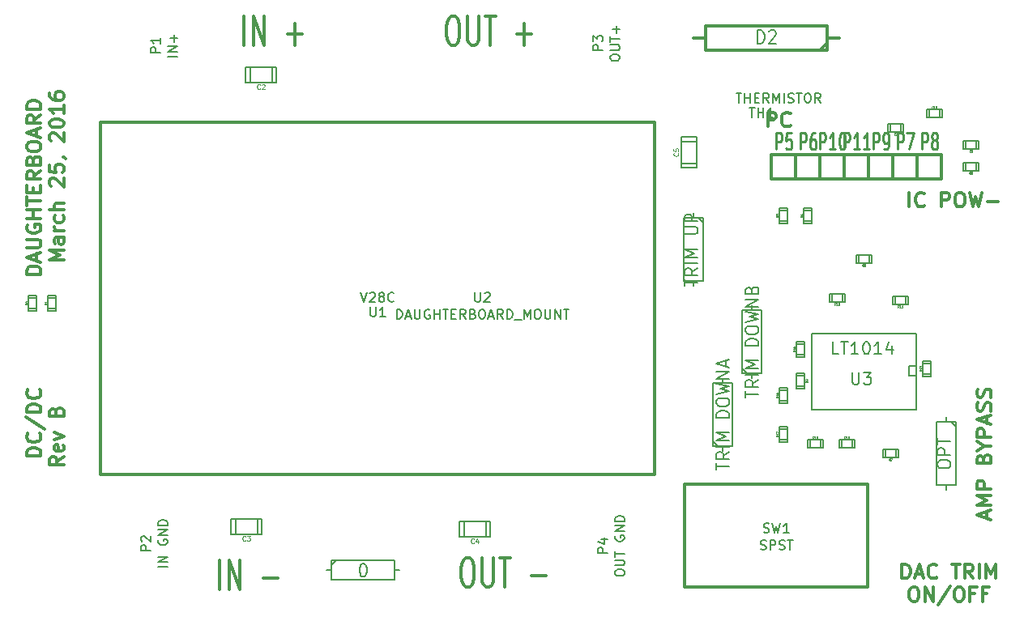
<source format=gto>
G04 (created by PCBNEW (2013-07-07 BZR 4022)-stable) date 3/29/2016 6:17:35 AM*
%MOIN*%
G04 Gerber Fmt 3.4, Leading zero omitted, Abs format*
%FSLAX34Y34*%
G01*
G70*
G90*
G04 APERTURE LIST*
%ADD10C,0.00590551*%
%ADD11C,0.011811*%
%ADD12C,0.0125*%
%ADD13C,0.012*%
%ADD14C,0.005*%
%ADD15C,0.008*%
%ADD16C,0.0107*%
%ADD17C,0.0016*%
%ADD18C,0.0047*%
G04 APERTURE END LIST*
G54D10*
G54D11*
X60739Y-62097D02*
X60148Y-62097D01*
X60148Y-61956D01*
X60176Y-61872D01*
X60232Y-61816D01*
X60289Y-61788D01*
X60401Y-61760D01*
X60485Y-61760D01*
X60598Y-61788D01*
X60654Y-61816D01*
X60710Y-61872D01*
X60739Y-61956D01*
X60739Y-62097D01*
X60682Y-61169D02*
X60710Y-61197D01*
X60739Y-61282D01*
X60739Y-61338D01*
X60710Y-61422D01*
X60654Y-61478D01*
X60598Y-61506D01*
X60485Y-61535D01*
X60401Y-61535D01*
X60289Y-61506D01*
X60232Y-61478D01*
X60176Y-61422D01*
X60148Y-61338D01*
X60148Y-61282D01*
X60176Y-61197D01*
X60204Y-61169D01*
X60120Y-60494D02*
X60879Y-61000D01*
X60739Y-60297D02*
X60148Y-60297D01*
X60148Y-60157D01*
X60176Y-60072D01*
X60232Y-60016D01*
X60289Y-59988D01*
X60401Y-59960D01*
X60485Y-59960D01*
X60598Y-59988D01*
X60654Y-60016D01*
X60710Y-60072D01*
X60739Y-60157D01*
X60739Y-60297D01*
X60682Y-59369D02*
X60710Y-59397D01*
X60739Y-59482D01*
X60739Y-59538D01*
X60710Y-59622D01*
X60654Y-59679D01*
X60598Y-59707D01*
X60485Y-59735D01*
X60401Y-59735D01*
X60289Y-59707D01*
X60232Y-59679D01*
X60176Y-59622D01*
X60148Y-59538D01*
X60148Y-59482D01*
X60176Y-59397D01*
X60204Y-59369D01*
X60739Y-54617D02*
X60148Y-54617D01*
X60148Y-54476D01*
X60176Y-54392D01*
X60232Y-54335D01*
X60289Y-54307D01*
X60401Y-54279D01*
X60485Y-54279D01*
X60598Y-54307D01*
X60654Y-54335D01*
X60710Y-54392D01*
X60739Y-54476D01*
X60739Y-54617D01*
X60570Y-54054D02*
X60570Y-53773D01*
X60739Y-54111D02*
X60148Y-53914D01*
X60739Y-53717D01*
X60148Y-53520D02*
X60626Y-53520D01*
X60682Y-53492D01*
X60710Y-53464D01*
X60739Y-53407D01*
X60739Y-53295D01*
X60710Y-53239D01*
X60682Y-53211D01*
X60626Y-53183D01*
X60148Y-53183D01*
X60176Y-52592D02*
X60148Y-52648D01*
X60148Y-52733D01*
X60176Y-52817D01*
X60232Y-52873D01*
X60289Y-52901D01*
X60401Y-52929D01*
X60485Y-52929D01*
X60598Y-52901D01*
X60654Y-52873D01*
X60710Y-52817D01*
X60739Y-52733D01*
X60739Y-52676D01*
X60710Y-52592D01*
X60682Y-52564D01*
X60485Y-52564D01*
X60485Y-52676D01*
X60739Y-52311D02*
X60148Y-52311D01*
X60429Y-52311D02*
X60429Y-51973D01*
X60739Y-51973D02*
X60148Y-51973D01*
X60148Y-51776D02*
X60148Y-51439D01*
X60739Y-51608D02*
X60148Y-51608D01*
X60429Y-51242D02*
X60429Y-51045D01*
X60739Y-50961D02*
X60739Y-51242D01*
X60148Y-51242D01*
X60148Y-50961D01*
X60739Y-50370D02*
X60457Y-50567D01*
X60739Y-50708D02*
X60148Y-50708D01*
X60148Y-50483D01*
X60176Y-50427D01*
X60204Y-50398D01*
X60260Y-50370D01*
X60345Y-50370D01*
X60401Y-50398D01*
X60429Y-50427D01*
X60457Y-50483D01*
X60457Y-50708D01*
X60429Y-49920D02*
X60457Y-49836D01*
X60485Y-49808D01*
X60542Y-49780D01*
X60626Y-49780D01*
X60682Y-49808D01*
X60710Y-49836D01*
X60739Y-49892D01*
X60739Y-50117D01*
X60148Y-50117D01*
X60148Y-49920D01*
X60176Y-49864D01*
X60204Y-49836D01*
X60260Y-49808D01*
X60317Y-49808D01*
X60373Y-49836D01*
X60401Y-49864D01*
X60429Y-49920D01*
X60429Y-50117D01*
X60148Y-49414D02*
X60148Y-49302D01*
X60176Y-49246D01*
X60232Y-49189D01*
X60345Y-49161D01*
X60542Y-49161D01*
X60654Y-49189D01*
X60710Y-49246D01*
X60739Y-49302D01*
X60739Y-49414D01*
X60710Y-49470D01*
X60654Y-49527D01*
X60542Y-49555D01*
X60345Y-49555D01*
X60232Y-49527D01*
X60176Y-49470D01*
X60148Y-49414D01*
X60570Y-48936D02*
X60570Y-48655D01*
X60739Y-48992D02*
X60148Y-48796D01*
X60739Y-48599D01*
X60739Y-48064D02*
X60457Y-48261D01*
X60739Y-48402D02*
X60148Y-48402D01*
X60148Y-48177D01*
X60176Y-48121D01*
X60204Y-48093D01*
X60260Y-48064D01*
X60345Y-48064D01*
X60401Y-48093D01*
X60429Y-48121D01*
X60457Y-48177D01*
X60457Y-48402D01*
X60739Y-47811D02*
X60148Y-47811D01*
X60148Y-47671D01*
X60176Y-47586D01*
X60232Y-47530D01*
X60289Y-47502D01*
X60401Y-47474D01*
X60485Y-47474D01*
X60598Y-47502D01*
X60654Y-47530D01*
X60710Y-47586D01*
X60739Y-47671D01*
X60739Y-47811D01*
X61683Y-62125D02*
X61402Y-62322D01*
X61683Y-62463D02*
X61093Y-62463D01*
X61093Y-62238D01*
X61121Y-62181D01*
X61149Y-62153D01*
X61205Y-62125D01*
X61290Y-62125D01*
X61346Y-62153D01*
X61374Y-62181D01*
X61402Y-62238D01*
X61402Y-62463D01*
X61655Y-61647D02*
X61683Y-61703D01*
X61683Y-61816D01*
X61655Y-61872D01*
X61599Y-61900D01*
X61374Y-61900D01*
X61318Y-61872D01*
X61290Y-61816D01*
X61290Y-61703D01*
X61318Y-61647D01*
X61374Y-61619D01*
X61430Y-61619D01*
X61487Y-61900D01*
X61290Y-61422D02*
X61683Y-61282D01*
X61290Y-61141D01*
X61374Y-60269D02*
X61402Y-60185D01*
X61430Y-60157D01*
X61487Y-60129D01*
X61571Y-60129D01*
X61627Y-60157D01*
X61655Y-60185D01*
X61683Y-60241D01*
X61683Y-60466D01*
X61093Y-60466D01*
X61093Y-60269D01*
X61121Y-60213D01*
X61149Y-60185D01*
X61205Y-60157D01*
X61262Y-60157D01*
X61318Y-60185D01*
X61346Y-60213D01*
X61374Y-60269D01*
X61374Y-60466D01*
X61683Y-54026D02*
X61093Y-54026D01*
X61515Y-53829D01*
X61093Y-53632D01*
X61683Y-53632D01*
X61683Y-53098D02*
X61374Y-53098D01*
X61318Y-53126D01*
X61290Y-53183D01*
X61290Y-53295D01*
X61318Y-53351D01*
X61655Y-53098D02*
X61683Y-53154D01*
X61683Y-53295D01*
X61655Y-53351D01*
X61599Y-53379D01*
X61543Y-53379D01*
X61487Y-53351D01*
X61458Y-53295D01*
X61458Y-53154D01*
X61430Y-53098D01*
X61683Y-52817D02*
X61290Y-52817D01*
X61402Y-52817D02*
X61346Y-52789D01*
X61318Y-52761D01*
X61290Y-52704D01*
X61290Y-52648D01*
X61655Y-52198D02*
X61683Y-52255D01*
X61683Y-52367D01*
X61655Y-52423D01*
X61627Y-52451D01*
X61571Y-52479D01*
X61402Y-52479D01*
X61346Y-52451D01*
X61318Y-52423D01*
X61290Y-52367D01*
X61290Y-52255D01*
X61318Y-52198D01*
X61683Y-51945D02*
X61093Y-51945D01*
X61683Y-51692D02*
X61374Y-51692D01*
X61318Y-51720D01*
X61290Y-51776D01*
X61290Y-51861D01*
X61318Y-51917D01*
X61346Y-51945D01*
X61149Y-50989D02*
X61121Y-50961D01*
X61093Y-50905D01*
X61093Y-50764D01*
X61121Y-50708D01*
X61149Y-50680D01*
X61205Y-50652D01*
X61262Y-50652D01*
X61346Y-50680D01*
X61683Y-51017D01*
X61683Y-50652D01*
X61093Y-50117D02*
X61093Y-50398D01*
X61374Y-50427D01*
X61346Y-50398D01*
X61318Y-50342D01*
X61318Y-50202D01*
X61346Y-50145D01*
X61374Y-50117D01*
X61430Y-50089D01*
X61571Y-50089D01*
X61627Y-50117D01*
X61655Y-50145D01*
X61683Y-50202D01*
X61683Y-50342D01*
X61655Y-50398D01*
X61627Y-50427D01*
X61655Y-49808D02*
X61683Y-49808D01*
X61740Y-49836D01*
X61768Y-49864D01*
X61149Y-49133D02*
X61121Y-49105D01*
X61093Y-49049D01*
X61093Y-48908D01*
X61121Y-48852D01*
X61149Y-48824D01*
X61205Y-48796D01*
X61262Y-48796D01*
X61346Y-48824D01*
X61683Y-49161D01*
X61683Y-48796D01*
X61093Y-48430D02*
X61093Y-48374D01*
X61121Y-48317D01*
X61149Y-48289D01*
X61205Y-48261D01*
X61318Y-48233D01*
X61458Y-48233D01*
X61571Y-48261D01*
X61627Y-48289D01*
X61655Y-48317D01*
X61683Y-48374D01*
X61683Y-48430D01*
X61655Y-48486D01*
X61627Y-48514D01*
X61571Y-48542D01*
X61458Y-48571D01*
X61318Y-48571D01*
X61205Y-48542D01*
X61149Y-48514D01*
X61121Y-48486D01*
X61093Y-48430D01*
X61683Y-47671D02*
X61683Y-48008D01*
X61683Y-47839D02*
X61093Y-47839D01*
X61177Y-47896D01*
X61233Y-47952D01*
X61262Y-48008D01*
X61093Y-47165D02*
X61093Y-47277D01*
X61121Y-47333D01*
X61149Y-47361D01*
X61233Y-47418D01*
X61346Y-47446D01*
X61571Y-47446D01*
X61627Y-47418D01*
X61655Y-47389D01*
X61683Y-47333D01*
X61683Y-47221D01*
X61655Y-47165D01*
X61627Y-47136D01*
X61571Y-47108D01*
X61430Y-47108D01*
X61374Y-47136D01*
X61346Y-47165D01*
X61318Y-47221D01*
X61318Y-47333D01*
X61346Y-47389D01*
X61374Y-47418D01*
X61430Y-47446D01*
X96173Y-67139D02*
X96173Y-66548D01*
X96314Y-66548D01*
X96398Y-66576D01*
X96454Y-66632D01*
X96483Y-66689D01*
X96511Y-66801D01*
X96511Y-66885D01*
X96483Y-66998D01*
X96454Y-67054D01*
X96398Y-67110D01*
X96314Y-67139D01*
X96173Y-67139D01*
X96736Y-66970D02*
X97017Y-66970D01*
X96679Y-67139D02*
X96876Y-66548D01*
X97073Y-67139D01*
X97607Y-67082D02*
X97579Y-67110D01*
X97495Y-67139D01*
X97439Y-67139D01*
X97354Y-67110D01*
X97298Y-67054D01*
X97270Y-66998D01*
X97242Y-66885D01*
X97242Y-66801D01*
X97270Y-66689D01*
X97298Y-66632D01*
X97354Y-66576D01*
X97439Y-66548D01*
X97495Y-66548D01*
X97579Y-66576D01*
X97607Y-66604D01*
X98226Y-66548D02*
X98564Y-66548D01*
X98395Y-67139D02*
X98395Y-66548D01*
X99098Y-67139D02*
X98901Y-66857D01*
X98760Y-67139D02*
X98760Y-66548D01*
X98985Y-66548D01*
X99042Y-66576D01*
X99070Y-66604D01*
X99098Y-66660D01*
X99098Y-66745D01*
X99070Y-66801D01*
X99042Y-66829D01*
X98985Y-66857D01*
X98760Y-66857D01*
X99351Y-67139D02*
X99351Y-66548D01*
X99632Y-67139D02*
X99632Y-66548D01*
X99829Y-66970D01*
X100026Y-66548D01*
X100026Y-67139D01*
X96609Y-67493D02*
X96722Y-67493D01*
X96778Y-67521D01*
X96834Y-67577D01*
X96862Y-67690D01*
X96862Y-67887D01*
X96834Y-67999D01*
X96778Y-68055D01*
X96722Y-68083D01*
X96609Y-68083D01*
X96553Y-68055D01*
X96497Y-67999D01*
X96468Y-67887D01*
X96468Y-67690D01*
X96497Y-67577D01*
X96553Y-67521D01*
X96609Y-67493D01*
X97115Y-68083D02*
X97115Y-67493D01*
X97453Y-68083D01*
X97453Y-67493D01*
X98156Y-67465D02*
X97650Y-68224D01*
X98465Y-67493D02*
X98578Y-67493D01*
X98634Y-67521D01*
X98690Y-67577D01*
X98718Y-67690D01*
X98718Y-67887D01*
X98690Y-67999D01*
X98634Y-68055D01*
X98578Y-68083D01*
X98465Y-68083D01*
X98409Y-68055D01*
X98353Y-67999D01*
X98324Y-67887D01*
X98324Y-67690D01*
X98353Y-67577D01*
X98409Y-67521D01*
X98465Y-67493D01*
X99168Y-67774D02*
X98971Y-67774D01*
X98971Y-68083D02*
X98971Y-67493D01*
X99252Y-67493D01*
X99674Y-67774D02*
X99477Y-67774D01*
X99477Y-68083D02*
X99477Y-67493D01*
X99759Y-67493D01*
X99670Y-64657D02*
X99670Y-64376D01*
X99839Y-64713D02*
X99248Y-64516D01*
X99839Y-64320D01*
X99839Y-64123D02*
X99248Y-64123D01*
X99670Y-63926D01*
X99248Y-63729D01*
X99839Y-63729D01*
X99839Y-63448D02*
X99248Y-63448D01*
X99248Y-63223D01*
X99276Y-63167D01*
X99304Y-63138D01*
X99360Y-63110D01*
X99445Y-63110D01*
X99501Y-63138D01*
X99529Y-63167D01*
X99557Y-63223D01*
X99557Y-63448D01*
X99529Y-62210D02*
X99557Y-62126D01*
X99585Y-62098D01*
X99642Y-62070D01*
X99726Y-62070D01*
X99782Y-62098D01*
X99810Y-62126D01*
X99839Y-62182D01*
X99839Y-62407D01*
X99248Y-62407D01*
X99248Y-62210D01*
X99276Y-62154D01*
X99304Y-62126D01*
X99360Y-62098D01*
X99417Y-62098D01*
X99473Y-62126D01*
X99501Y-62154D01*
X99529Y-62210D01*
X99529Y-62407D01*
X99557Y-61704D02*
X99839Y-61704D01*
X99248Y-61901D02*
X99557Y-61704D01*
X99248Y-61507D01*
X99839Y-61311D02*
X99248Y-61311D01*
X99248Y-61086D01*
X99276Y-61029D01*
X99304Y-61001D01*
X99360Y-60973D01*
X99445Y-60973D01*
X99501Y-61001D01*
X99529Y-61029D01*
X99557Y-61086D01*
X99557Y-61311D01*
X99670Y-60748D02*
X99670Y-60467D01*
X99839Y-60804D02*
X99248Y-60607D01*
X99839Y-60411D01*
X99810Y-60242D02*
X99839Y-60158D01*
X99839Y-60017D01*
X99810Y-59961D01*
X99782Y-59933D01*
X99726Y-59904D01*
X99670Y-59904D01*
X99614Y-59933D01*
X99585Y-59961D01*
X99557Y-60017D01*
X99529Y-60129D01*
X99501Y-60186D01*
X99473Y-60214D01*
X99417Y-60242D01*
X99360Y-60242D01*
X99304Y-60214D01*
X99276Y-60186D01*
X99248Y-60129D01*
X99248Y-59989D01*
X99276Y-59904D01*
X99810Y-59679D02*
X99839Y-59595D01*
X99839Y-59455D01*
X99810Y-59398D01*
X99782Y-59370D01*
X99726Y-59342D01*
X99670Y-59342D01*
X99614Y-59370D01*
X99585Y-59398D01*
X99557Y-59455D01*
X99529Y-59567D01*
X99501Y-59623D01*
X99473Y-59651D01*
X99417Y-59679D01*
X99360Y-59679D01*
X99304Y-59651D01*
X99276Y-59623D01*
X99248Y-59567D01*
X99248Y-59426D01*
X99276Y-59342D01*
X96472Y-51839D02*
X96472Y-51248D01*
X97090Y-51782D02*
X97062Y-51810D01*
X96978Y-51839D01*
X96922Y-51839D01*
X96837Y-51810D01*
X96781Y-51754D01*
X96753Y-51698D01*
X96725Y-51585D01*
X96725Y-51501D01*
X96753Y-51389D01*
X96781Y-51332D01*
X96837Y-51276D01*
X96922Y-51248D01*
X96978Y-51248D01*
X97062Y-51276D01*
X97090Y-51304D01*
X97793Y-51839D02*
X97793Y-51248D01*
X98018Y-51248D01*
X98075Y-51276D01*
X98103Y-51304D01*
X98131Y-51360D01*
X98131Y-51445D01*
X98103Y-51501D01*
X98075Y-51529D01*
X98018Y-51557D01*
X97793Y-51557D01*
X98496Y-51248D02*
X98609Y-51248D01*
X98665Y-51276D01*
X98721Y-51332D01*
X98749Y-51445D01*
X98749Y-51642D01*
X98721Y-51754D01*
X98665Y-51810D01*
X98609Y-51839D01*
X98496Y-51839D01*
X98440Y-51810D01*
X98384Y-51754D01*
X98356Y-51642D01*
X98356Y-51445D01*
X98384Y-51332D01*
X98440Y-51276D01*
X98496Y-51248D01*
X98946Y-51248D02*
X99087Y-51839D01*
X99199Y-51417D01*
X99312Y-51839D01*
X99452Y-51248D01*
X99677Y-51614D02*
X100127Y-51614D01*
X90650Y-48539D02*
X90650Y-47948D01*
X90875Y-47948D01*
X90931Y-47976D01*
X90959Y-48004D01*
X90987Y-48060D01*
X90987Y-48145D01*
X90959Y-48201D01*
X90931Y-48229D01*
X90875Y-48257D01*
X90650Y-48257D01*
X91578Y-48482D02*
X91549Y-48510D01*
X91465Y-48539D01*
X91409Y-48539D01*
X91324Y-48510D01*
X91268Y-48454D01*
X91240Y-48398D01*
X91212Y-48285D01*
X91212Y-48201D01*
X91240Y-48089D01*
X91268Y-48032D01*
X91324Y-47976D01*
X91409Y-47948D01*
X91465Y-47948D01*
X91549Y-47976D01*
X91578Y-48004D01*
X78225Y-66296D02*
X78375Y-66296D01*
X78450Y-66353D01*
X78525Y-66465D01*
X78562Y-66690D01*
X78562Y-67084D01*
X78525Y-67309D01*
X78450Y-67421D01*
X78375Y-67478D01*
X78225Y-67478D01*
X78150Y-67421D01*
X78075Y-67309D01*
X78037Y-67084D01*
X78037Y-66690D01*
X78075Y-66465D01*
X78150Y-66353D01*
X78225Y-66296D01*
X78900Y-66296D02*
X78900Y-67253D01*
X78937Y-67365D01*
X78975Y-67421D01*
X79050Y-67478D01*
X79200Y-67478D01*
X79275Y-67421D01*
X79312Y-67365D01*
X79350Y-67253D01*
X79350Y-66296D01*
X79612Y-66296D02*
X80062Y-66296D01*
X79837Y-67478D02*
X79837Y-66296D01*
X80924Y-67028D02*
X81524Y-67028D01*
X77625Y-43996D02*
X77775Y-43996D01*
X77850Y-44053D01*
X77925Y-44165D01*
X77962Y-44390D01*
X77962Y-44784D01*
X77925Y-45009D01*
X77850Y-45121D01*
X77775Y-45178D01*
X77625Y-45178D01*
X77550Y-45121D01*
X77475Y-45009D01*
X77437Y-44784D01*
X77437Y-44390D01*
X77475Y-44165D01*
X77550Y-44053D01*
X77625Y-43996D01*
X78300Y-43996D02*
X78300Y-44953D01*
X78337Y-45065D01*
X78375Y-45121D01*
X78450Y-45178D01*
X78600Y-45178D01*
X78675Y-45121D01*
X78712Y-45065D01*
X78750Y-44953D01*
X78750Y-43996D01*
X79012Y-43996D02*
X79462Y-43996D01*
X79237Y-45178D02*
X79237Y-43996D01*
X80324Y-44728D02*
X80924Y-44728D01*
X80624Y-45178D02*
X80624Y-44278D01*
X68100Y-67578D02*
X68100Y-66396D01*
X68475Y-67578D02*
X68475Y-66396D01*
X68925Y-67578D01*
X68925Y-66396D01*
X69899Y-67128D02*
X70499Y-67128D01*
X69100Y-45178D02*
X69100Y-43996D01*
X69475Y-45178D02*
X69475Y-43996D01*
X69925Y-45178D01*
X69925Y-43996D01*
X70899Y-44728D02*
X71499Y-44728D01*
X71199Y-45178D02*
X71199Y-44278D01*
X86001Y-62850D02*
X63198Y-62850D01*
X86001Y-48350D02*
X63198Y-48350D01*
X63198Y-62850D02*
X63198Y-48350D01*
X86001Y-62850D02*
X86001Y-48350D01*
G54D12*
X90800Y-50700D02*
X91800Y-50700D01*
X90800Y-49700D02*
X91800Y-49700D01*
G54D13*
X90800Y-50700D02*
X90800Y-49700D01*
X91800Y-49700D02*
X91800Y-50700D01*
G54D12*
X91800Y-50700D02*
X92800Y-50700D01*
X91800Y-49700D02*
X92800Y-49700D01*
G54D13*
X91800Y-50700D02*
X91800Y-49700D01*
X92800Y-49700D02*
X92800Y-50700D01*
G54D12*
X95800Y-50700D02*
X96800Y-50700D01*
X95800Y-49700D02*
X96800Y-49700D01*
G54D13*
X95800Y-50700D02*
X95800Y-49700D01*
X96800Y-49700D02*
X96800Y-50700D01*
G54D14*
X91460Y-51980D02*
X91140Y-51980D01*
X91150Y-52420D02*
X91460Y-52420D01*
X91140Y-52520D02*
X91140Y-51880D01*
X91140Y-51880D02*
X91460Y-51880D01*
X91460Y-51880D02*
X91460Y-52520D01*
X91460Y-52520D02*
X91140Y-52520D01*
X92460Y-51980D02*
X92140Y-51980D01*
X92150Y-52420D02*
X92460Y-52420D01*
X92140Y-52520D02*
X92140Y-51880D01*
X92140Y-51880D02*
X92460Y-51880D01*
X92460Y-51880D02*
X92460Y-52520D01*
X92460Y-52520D02*
X92140Y-52520D01*
X68750Y-64680D02*
X68750Y-65320D01*
X69650Y-65320D02*
X69650Y-64680D01*
X69830Y-65320D02*
X69830Y-64680D01*
X69830Y-64680D02*
X68570Y-64680D01*
X68570Y-64680D02*
X68570Y-65320D01*
X68570Y-65320D02*
X69830Y-65320D01*
X69350Y-46080D02*
X69350Y-46720D01*
X70250Y-46720D02*
X70250Y-46080D01*
X70430Y-46720D02*
X70430Y-46080D01*
X70430Y-46080D02*
X69170Y-46080D01*
X69170Y-46080D02*
X69170Y-46720D01*
X69170Y-46720D02*
X70430Y-46720D01*
X87720Y-49150D02*
X87080Y-49150D01*
X87080Y-50050D02*
X87720Y-50050D01*
X87080Y-50230D02*
X87720Y-50230D01*
X87720Y-50230D02*
X87720Y-48970D01*
X87720Y-48970D02*
X87080Y-48970D01*
X87080Y-48970D02*
X87080Y-50230D01*
X78150Y-64780D02*
X78150Y-65420D01*
X79050Y-65420D02*
X79050Y-64780D01*
X79230Y-65420D02*
X79230Y-64780D01*
X79230Y-64780D02*
X77970Y-64780D01*
X77970Y-64780D02*
X77970Y-65420D01*
X77970Y-65420D02*
X79230Y-65420D01*
X61360Y-55580D02*
X61040Y-55580D01*
X61050Y-56020D02*
X61360Y-56020D01*
X61040Y-56120D02*
X61040Y-55480D01*
X61040Y-55480D02*
X61360Y-55480D01*
X61360Y-55480D02*
X61360Y-56120D01*
X61360Y-56120D02*
X61040Y-56120D01*
X60560Y-55580D02*
X60240Y-55580D01*
X60250Y-56020D02*
X60560Y-56020D01*
X60240Y-56120D02*
X60240Y-55480D01*
X60240Y-55480D02*
X60560Y-55480D01*
X60560Y-55480D02*
X60560Y-56120D01*
X60560Y-56120D02*
X60240Y-56120D01*
G54D15*
X96750Y-57050D02*
X96750Y-60200D01*
X92450Y-60200D02*
X92450Y-57050D01*
X96750Y-60200D02*
X92450Y-60200D01*
X92450Y-57050D02*
X96750Y-57050D01*
X96750Y-58800D02*
X96450Y-58800D01*
X96450Y-58800D02*
X96450Y-58400D01*
X96450Y-58400D02*
X96750Y-58400D01*
G54D12*
X92800Y-50700D02*
X93800Y-50700D01*
X92800Y-49700D02*
X93800Y-49700D01*
G54D13*
X92800Y-50700D02*
X92800Y-49700D01*
X93800Y-49700D02*
X93800Y-50700D01*
G54D12*
X96800Y-50700D02*
X97800Y-50700D01*
X96800Y-49700D02*
X97800Y-49700D01*
G54D13*
X96800Y-50700D02*
X96800Y-49700D01*
X97800Y-49700D02*
X97800Y-50700D01*
G54D12*
X94800Y-50700D02*
X95800Y-50700D01*
X94800Y-49700D02*
X95800Y-49700D01*
G54D13*
X94800Y-50700D02*
X94800Y-49700D01*
X95800Y-49700D02*
X95800Y-50700D01*
G54D14*
X97360Y-58280D02*
X97040Y-58280D01*
X97050Y-58720D02*
X97360Y-58720D01*
X97040Y-58820D02*
X97040Y-58180D01*
X97040Y-58180D02*
X97360Y-58180D01*
X97360Y-58180D02*
X97360Y-58820D01*
X97360Y-58820D02*
X97040Y-58820D01*
X98780Y-49140D02*
X98780Y-49460D01*
X99220Y-49450D02*
X99220Y-49140D01*
X99320Y-49460D02*
X98680Y-49460D01*
X98680Y-49460D02*
X98680Y-49140D01*
X98680Y-49140D02*
X99320Y-49140D01*
X99320Y-49140D02*
X99320Y-49460D01*
X95680Y-48440D02*
X95680Y-48760D01*
X96120Y-48750D02*
X96120Y-48440D01*
X96220Y-48760D02*
X95580Y-48760D01*
X95580Y-48760D02*
X95580Y-48440D01*
X95580Y-48440D02*
X96220Y-48440D01*
X96220Y-48440D02*
X96220Y-48760D01*
X97720Y-48160D02*
X97720Y-47840D01*
X97280Y-47850D02*
X97280Y-48160D01*
X97180Y-47840D02*
X97820Y-47840D01*
X97820Y-47840D02*
X97820Y-48160D01*
X97820Y-48160D02*
X97180Y-48160D01*
X97180Y-48160D02*
X97180Y-47840D01*
X94380Y-53840D02*
X94380Y-54160D01*
X94820Y-54150D02*
X94820Y-53840D01*
X94920Y-54160D02*
X94280Y-54160D01*
X94280Y-54160D02*
X94280Y-53840D01*
X94280Y-53840D02*
X94920Y-53840D01*
X94920Y-53840D02*
X94920Y-54160D01*
X98780Y-50040D02*
X98780Y-50360D01*
X99220Y-50350D02*
X99220Y-50040D01*
X99320Y-50360D02*
X98680Y-50360D01*
X98680Y-50360D02*
X98680Y-50040D01*
X98680Y-50040D02*
X99320Y-50040D01*
X99320Y-50040D02*
X99320Y-50360D01*
X95480Y-61840D02*
X95480Y-62160D01*
X95920Y-62150D02*
X95920Y-61840D01*
X96020Y-62160D02*
X95380Y-62160D01*
X95380Y-62160D02*
X95380Y-61840D01*
X95380Y-61840D02*
X96020Y-61840D01*
X96020Y-61840D02*
X96020Y-62160D01*
X95880Y-55540D02*
X95880Y-55860D01*
X96320Y-55850D02*
X96320Y-55540D01*
X96420Y-55860D02*
X95780Y-55860D01*
X95780Y-55860D02*
X95780Y-55540D01*
X95780Y-55540D02*
X96420Y-55540D01*
X96420Y-55540D02*
X96420Y-55860D01*
X91840Y-59220D02*
X92160Y-59220D01*
X92150Y-58780D02*
X91840Y-58780D01*
X92160Y-58680D02*
X92160Y-59320D01*
X92160Y-59320D02*
X91840Y-59320D01*
X91840Y-59320D02*
X91840Y-58680D01*
X91840Y-58680D02*
X92160Y-58680D01*
X92820Y-61760D02*
X92820Y-61440D01*
X92380Y-61450D02*
X92380Y-61760D01*
X92280Y-61440D02*
X92920Y-61440D01*
X92920Y-61440D02*
X92920Y-61760D01*
X92920Y-61760D02*
X92280Y-61760D01*
X92280Y-61760D02*
X92280Y-61440D01*
X94120Y-61760D02*
X94120Y-61440D01*
X93680Y-61450D02*
X93680Y-61760D01*
X93580Y-61440D02*
X94220Y-61440D01*
X94220Y-61440D02*
X94220Y-61760D01*
X94220Y-61760D02*
X93580Y-61760D01*
X93580Y-61760D02*
X93580Y-61440D01*
X91460Y-60980D02*
X91140Y-60980D01*
X91150Y-61420D02*
X91460Y-61420D01*
X91140Y-61520D02*
X91140Y-60880D01*
X91140Y-60880D02*
X91460Y-60880D01*
X91460Y-60880D02*
X91460Y-61520D01*
X91460Y-61520D02*
X91140Y-61520D01*
X91460Y-59380D02*
X91140Y-59380D01*
X91150Y-59820D02*
X91460Y-59820D01*
X91140Y-59920D02*
X91140Y-59280D01*
X91140Y-59280D02*
X91460Y-59280D01*
X91460Y-59280D02*
X91460Y-59920D01*
X91460Y-59920D02*
X91140Y-59920D01*
X93280Y-55440D02*
X93280Y-55760D01*
X93720Y-55750D02*
X93720Y-55440D01*
X93820Y-55760D02*
X93180Y-55760D01*
X93180Y-55760D02*
X93180Y-55440D01*
X93180Y-55440D02*
X93820Y-55440D01*
X93820Y-55440D02*
X93820Y-55760D01*
X92160Y-57480D02*
X91840Y-57480D01*
X91850Y-57920D02*
X92160Y-57920D01*
X91840Y-58020D02*
X91840Y-57380D01*
X91840Y-57380D02*
X92160Y-57380D01*
X92160Y-57380D02*
X92160Y-58020D01*
X92160Y-58020D02*
X91840Y-58020D01*
G54D15*
X87600Y-52100D02*
X87600Y-52300D01*
X87600Y-55100D02*
X87600Y-54900D01*
X87600Y-54900D02*
X88000Y-54900D01*
X88000Y-54900D02*
X88000Y-52300D01*
X88000Y-52300D02*
X87200Y-52300D01*
X87200Y-52300D02*
X87200Y-54900D01*
X87200Y-54900D02*
X87600Y-54900D01*
X87800Y-52300D02*
X88000Y-52500D01*
X88800Y-61900D02*
X88800Y-61700D01*
X88800Y-58900D02*
X88800Y-59100D01*
X88800Y-59100D02*
X88400Y-59100D01*
X88400Y-59100D02*
X88400Y-61700D01*
X88400Y-61700D02*
X89200Y-61700D01*
X89200Y-61700D02*
X89200Y-59100D01*
X89200Y-59100D02*
X88800Y-59100D01*
X88600Y-61700D02*
X88400Y-61500D01*
X90000Y-58900D02*
X90000Y-58700D01*
X90000Y-55900D02*
X90000Y-56100D01*
X90000Y-56100D02*
X89600Y-56100D01*
X89600Y-56100D02*
X89600Y-58700D01*
X89600Y-58700D02*
X90400Y-58700D01*
X90400Y-58700D02*
X90400Y-56100D01*
X90400Y-56100D02*
X90000Y-56100D01*
X89800Y-58700D02*
X89600Y-58500D01*
X72500Y-66800D02*
X72700Y-66800D01*
X75500Y-66800D02*
X75300Y-66800D01*
X75300Y-66800D02*
X75300Y-66400D01*
X75300Y-66400D02*
X72700Y-66400D01*
X72700Y-66400D02*
X72700Y-67200D01*
X72700Y-67200D02*
X75300Y-67200D01*
X75300Y-67200D02*
X75300Y-66800D01*
X72700Y-66600D02*
X72900Y-66400D01*
X98000Y-60500D02*
X98000Y-60700D01*
X98000Y-63500D02*
X98000Y-63300D01*
X98000Y-63300D02*
X98400Y-63300D01*
X98400Y-63300D02*
X98400Y-60700D01*
X98400Y-60700D02*
X97600Y-60700D01*
X97600Y-60700D02*
X97600Y-63300D01*
X97600Y-63300D02*
X98000Y-63300D01*
X98200Y-60700D02*
X98400Y-60900D01*
G54D13*
X93100Y-45400D02*
X88100Y-45400D01*
X88100Y-45400D02*
X88100Y-44400D01*
X88100Y-44400D02*
X93100Y-44400D01*
X88100Y-44900D02*
X87600Y-44900D01*
X93600Y-44900D02*
X93100Y-44900D01*
X93100Y-45100D02*
X92800Y-45400D01*
X93100Y-45400D02*
X93100Y-44400D01*
G54D12*
X93800Y-50700D02*
X94800Y-50700D01*
X93800Y-49700D02*
X94800Y-49700D01*
G54D13*
X93800Y-50700D02*
X93800Y-49700D01*
X94800Y-49700D02*
X94800Y-50700D01*
G54D11*
X94759Y-63251D02*
X87240Y-63251D01*
X87240Y-63251D02*
X87240Y-67500D01*
X87240Y-67500D02*
X94759Y-67500D01*
X94759Y-63251D02*
X94759Y-67500D01*
G54D10*
X83859Y-45390D02*
X83465Y-45390D01*
X83465Y-45240D01*
X83484Y-45203D01*
X83503Y-45184D01*
X83540Y-45165D01*
X83596Y-45165D01*
X83634Y-45184D01*
X83653Y-45203D01*
X83671Y-45240D01*
X83671Y-45390D01*
X83465Y-45034D02*
X83465Y-44790D01*
X83615Y-44921D01*
X83615Y-44865D01*
X83634Y-44828D01*
X83653Y-44809D01*
X83690Y-44790D01*
X83784Y-44790D01*
X83821Y-44809D01*
X83840Y-44828D01*
X83859Y-44865D01*
X83859Y-44978D01*
X83840Y-45015D01*
X83821Y-45034D01*
X84165Y-45737D02*
X84165Y-45662D01*
X84184Y-45624D01*
X84221Y-45587D01*
X84296Y-45568D01*
X84428Y-45568D01*
X84503Y-45587D01*
X84540Y-45624D01*
X84559Y-45662D01*
X84559Y-45737D01*
X84540Y-45774D01*
X84503Y-45812D01*
X84428Y-45831D01*
X84296Y-45831D01*
X84221Y-45812D01*
X84184Y-45774D01*
X84165Y-45737D01*
X84165Y-45399D02*
X84484Y-45399D01*
X84521Y-45381D01*
X84540Y-45362D01*
X84559Y-45324D01*
X84559Y-45249D01*
X84540Y-45212D01*
X84521Y-45193D01*
X84484Y-45174D01*
X84165Y-45174D01*
X84165Y-45043D02*
X84165Y-44818D01*
X84559Y-44931D02*
X84165Y-44931D01*
X84409Y-44687D02*
X84409Y-44387D01*
X84559Y-44537D02*
X84259Y-44537D01*
X84059Y-66090D02*
X83665Y-66090D01*
X83665Y-65940D01*
X83684Y-65903D01*
X83703Y-65884D01*
X83740Y-65865D01*
X83796Y-65865D01*
X83834Y-65884D01*
X83853Y-65903D01*
X83871Y-65940D01*
X83871Y-66090D01*
X83796Y-65528D02*
X84059Y-65528D01*
X83646Y-65621D02*
X83928Y-65715D01*
X83928Y-65471D01*
X84365Y-66943D02*
X84365Y-66868D01*
X84384Y-66831D01*
X84421Y-66793D01*
X84496Y-66774D01*
X84628Y-66774D01*
X84703Y-66793D01*
X84740Y-66831D01*
X84759Y-66868D01*
X84759Y-66943D01*
X84740Y-66981D01*
X84703Y-67018D01*
X84628Y-67037D01*
X84496Y-67037D01*
X84421Y-67018D01*
X84384Y-66981D01*
X84365Y-66943D01*
X84365Y-66606D02*
X84684Y-66606D01*
X84721Y-66587D01*
X84740Y-66568D01*
X84759Y-66531D01*
X84759Y-66456D01*
X84740Y-66418D01*
X84721Y-66399D01*
X84684Y-66381D01*
X84365Y-66381D01*
X84365Y-66249D02*
X84365Y-66024D01*
X84759Y-66137D02*
X84365Y-66137D01*
X84384Y-65387D02*
X84365Y-65425D01*
X84365Y-65481D01*
X84384Y-65537D01*
X84421Y-65575D01*
X84459Y-65593D01*
X84534Y-65612D01*
X84590Y-65612D01*
X84665Y-65593D01*
X84703Y-65575D01*
X84740Y-65537D01*
X84759Y-65481D01*
X84759Y-65443D01*
X84740Y-65387D01*
X84721Y-65368D01*
X84590Y-65368D01*
X84590Y-65443D01*
X84759Y-65200D02*
X84365Y-65200D01*
X84759Y-64975D01*
X84365Y-64975D01*
X84759Y-64787D02*
X84365Y-64787D01*
X84365Y-64693D01*
X84384Y-64637D01*
X84421Y-64600D01*
X84459Y-64581D01*
X84534Y-64562D01*
X84590Y-64562D01*
X84665Y-64581D01*
X84703Y-64600D01*
X84740Y-64637D01*
X84759Y-64693D01*
X84759Y-64787D01*
X65659Y-45490D02*
X65265Y-45490D01*
X65265Y-45340D01*
X65284Y-45303D01*
X65303Y-45284D01*
X65340Y-45265D01*
X65396Y-45265D01*
X65434Y-45284D01*
X65453Y-45303D01*
X65471Y-45340D01*
X65471Y-45490D01*
X65659Y-44890D02*
X65659Y-45115D01*
X65659Y-45003D02*
X65265Y-45003D01*
X65321Y-45040D01*
X65359Y-45078D01*
X65378Y-45115D01*
X66359Y-45649D02*
X65965Y-45649D01*
X66359Y-45462D02*
X65965Y-45462D01*
X66359Y-45237D01*
X65965Y-45237D01*
X66209Y-45050D02*
X66209Y-44750D01*
X66359Y-44900D02*
X66059Y-44900D01*
X65259Y-65990D02*
X64865Y-65990D01*
X64865Y-65840D01*
X64884Y-65803D01*
X64903Y-65784D01*
X64940Y-65765D01*
X64996Y-65765D01*
X65034Y-65784D01*
X65053Y-65803D01*
X65071Y-65840D01*
X65071Y-65990D01*
X64903Y-65615D02*
X64884Y-65596D01*
X64865Y-65559D01*
X64865Y-65465D01*
X64884Y-65428D01*
X64903Y-65409D01*
X64940Y-65390D01*
X64978Y-65390D01*
X65034Y-65409D01*
X65259Y-65634D01*
X65259Y-65390D01*
X65959Y-66656D02*
X65565Y-66656D01*
X65959Y-66468D02*
X65565Y-66468D01*
X65959Y-66243D01*
X65565Y-66243D01*
X65584Y-65550D02*
X65565Y-65587D01*
X65565Y-65643D01*
X65584Y-65700D01*
X65621Y-65737D01*
X65659Y-65756D01*
X65734Y-65774D01*
X65790Y-65774D01*
X65865Y-65756D01*
X65903Y-65737D01*
X65940Y-65700D01*
X65959Y-65643D01*
X65959Y-65606D01*
X65940Y-65550D01*
X65921Y-65531D01*
X65790Y-65531D01*
X65790Y-65606D01*
X65959Y-65362D02*
X65565Y-65362D01*
X65959Y-65137D01*
X65565Y-65137D01*
X65959Y-64950D02*
X65565Y-64950D01*
X65565Y-64856D01*
X65584Y-64800D01*
X65621Y-64762D01*
X65659Y-64743D01*
X65734Y-64725D01*
X65790Y-64725D01*
X65865Y-64743D01*
X65903Y-64762D01*
X65940Y-64800D01*
X65959Y-64856D01*
X65959Y-64950D01*
X74300Y-55965D02*
X74300Y-56284D01*
X74318Y-56321D01*
X74337Y-56340D01*
X74375Y-56359D01*
X74450Y-56359D01*
X74487Y-56340D01*
X74506Y-56321D01*
X74525Y-56284D01*
X74525Y-55965D01*
X74918Y-56359D02*
X74693Y-56359D01*
X74806Y-56359D02*
X74806Y-55965D01*
X74768Y-56021D01*
X74731Y-56059D01*
X74693Y-56078D01*
X73896Y-55365D02*
X74028Y-55759D01*
X74159Y-55365D01*
X74271Y-55403D02*
X74290Y-55384D01*
X74328Y-55365D01*
X74421Y-55365D01*
X74459Y-55384D01*
X74478Y-55403D01*
X74496Y-55440D01*
X74496Y-55478D01*
X74478Y-55534D01*
X74253Y-55759D01*
X74496Y-55759D01*
X74721Y-55534D02*
X74684Y-55515D01*
X74665Y-55496D01*
X74646Y-55459D01*
X74646Y-55440D01*
X74665Y-55403D01*
X74684Y-55384D01*
X74721Y-55365D01*
X74796Y-55365D01*
X74834Y-55384D01*
X74853Y-55403D01*
X74871Y-55440D01*
X74871Y-55459D01*
X74853Y-55496D01*
X74834Y-55515D01*
X74796Y-55534D01*
X74721Y-55534D01*
X74684Y-55553D01*
X74665Y-55571D01*
X74646Y-55609D01*
X74646Y-55684D01*
X74665Y-55721D01*
X74684Y-55740D01*
X74721Y-55759D01*
X74796Y-55759D01*
X74834Y-55740D01*
X74853Y-55721D01*
X74871Y-55684D01*
X74871Y-55609D01*
X74853Y-55571D01*
X74834Y-55553D01*
X74796Y-55534D01*
X75265Y-55721D02*
X75246Y-55740D01*
X75190Y-55759D01*
X75153Y-55759D01*
X75096Y-55740D01*
X75059Y-55703D01*
X75040Y-55665D01*
X75021Y-55590D01*
X75021Y-55534D01*
X75040Y-55459D01*
X75059Y-55421D01*
X75096Y-55384D01*
X75153Y-55365D01*
X75190Y-55365D01*
X75246Y-55384D01*
X75265Y-55403D01*
X89893Y-47765D02*
X90118Y-47765D01*
X90006Y-48159D02*
X90006Y-47765D01*
X90250Y-48159D02*
X90250Y-47765D01*
X90250Y-47953D02*
X90474Y-47953D01*
X90474Y-48159D02*
X90474Y-47765D01*
X90868Y-48159D02*
X90643Y-48159D01*
X90756Y-48159D02*
X90756Y-47765D01*
X90718Y-47821D01*
X90681Y-47859D01*
X90643Y-47878D01*
X89347Y-47165D02*
X89572Y-47165D01*
X89459Y-47559D02*
X89459Y-47165D01*
X89703Y-47559D02*
X89703Y-47165D01*
X89703Y-47353D02*
X89928Y-47353D01*
X89928Y-47559D02*
X89928Y-47165D01*
X90115Y-47353D02*
X90246Y-47353D01*
X90303Y-47559D02*
X90115Y-47559D01*
X90115Y-47165D01*
X90303Y-47165D01*
X90696Y-47559D02*
X90565Y-47371D01*
X90471Y-47559D02*
X90471Y-47165D01*
X90621Y-47165D01*
X90659Y-47184D01*
X90678Y-47203D01*
X90696Y-47240D01*
X90696Y-47296D01*
X90678Y-47334D01*
X90659Y-47353D01*
X90621Y-47371D01*
X90471Y-47371D01*
X90865Y-47559D02*
X90865Y-47165D01*
X90996Y-47446D01*
X91128Y-47165D01*
X91128Y-47559D01*
X91315Y-47559D02*
X91315Y-47165D01*
X91484Y-47540D02*
X91540Y-47559D01*
X91634Y-47559D01*
X91671Y-47540D01*
X91690Y-47521D01*
X91709Y-47484D01*
X91709Y-47446D01*
X91690Y-47409D01*
X91671Y-47390D01*
X91634Y-47371D01*
X91559Y-47353D01*
X91521Y-47334D01*
X91503Y-47315D01*
X91484Y-47278D01*
X91484Y-47240D01*
X91503Y-47203D01*
X91521Y-47184D01*
X91559Y-47165D01*
X91653Y-47165D01*
X91709Y-47184D01*
X91821Y-47165D02*
X92046Y-47165D01*
X91934Y-47559D02*
X91934Y-47165D01*
X92252Y-47165D02*
X92327Y-47165D01*
X92365Y-47184D01*
X92402Y-47221D01*
X92421Y-47296D01*
X92421Y-47428D01*
X92402Y-47503D01*
X92365Y-47540D01*
X92327Y-47559D01*
X92252Y-47559D01*
X92215Y-47540D01*
X92177Y-47503D01*
X92159Y-47428D01*
X92159Y-47296D01*
X92177Y-47221D01*
X92215Y-47184D01*
X92252Y-47165D01*
X92815Y-47559D02*
X92684Y-47371D01*
X92590Y-47559D02*
X92590Y-47165D01*
X92740Y-47165D01*
X92777Y-47184D01*
X92796Y-47203D01*
X92815Y-47240D01*
X92815Y-47296D01*
X92796Y-47334D01*
X92777Y-47353D01*
X92740Y-47371D01*
X92590Y-47371D01*
G54D16*
X90984Y-49475D02*
X90984Y-48794D01*
X91147Y-48794D01*
X91187Y-48827D01*
X91208Y-48859D01*
X91228Y-48924D01*
X91228Y-49021D01*
X91208Y-49086D01*
X91187Y-49118D01*
X91147Y-49151D01*
X90984Y-49151D01*
X91615Y-48794D02*
X91412Y-48794D01*
X91391Y-49118D01*
X91412Y-49086D01*
X91452Y-49054D01*
X91554Y-49054D01*
X91595Y-49086D01*
X91615Y-49118D01*
X91636Y-49183D01*
X91636Y-49345D01*
X91615Y-49410D01*
X91595Y-49443D01*
X91554Y-49475D01*
X91452Y-49475D01*
X91412Y-49443D01*
X91391Y-49410D01*
X91984Y-49475D02*
X91984Y-48794D01*
X92147Y-48794D01*
X92187Y-48827D01*
X92208Y-48859D01*
X92228Y-48924D01*
X92228Y-49021D01*
X92208Y-49086D01*
X92187Y-49118D01*
X92147Y-49151D01*
X91984Y-49151D01*
X92595Y-48794D02*
X92514Y-48794D01*
X92473Y-48827D01*
X92452Y-48859D01*
X92412Y-48956D01*
X92391Y-49086D01*
X92391Y-49345D01*
X92412Y-49410D01*
X92432Y-49443D01*
X92473Y-49475D01*
X92554Y-49475D01*
X92595Y-49443D01*
X92615Y-49410D01*
X92636Y-49345D01*
X92636Y-49183D01*
X92615Y-49118D01*
X92595Y-49086D01*
X92554Y-49054D01*
X92473Y-49054D01*
X92432Y-49086D01*
X92412Y-49118D01*
X92391Y-49183D01*
X95984Y-49475D02*
X95984Y-48794D01*
X96147Y-48794D01*
X96187Y-48827D01*
X96208Y-48859D01*
X96228Y-48924D01*
X96228Y-49021D01*
X96208Y-49086D01*
X96187Y-49118D01*
X96147Y-49151D01*
X95984Y-49151D01*
X96371Y-48794D02*
X96656Y-48794D01*
X96473Y-49475D01*
G54D17*
X91081Y-52213D02*
X91044Y-52239D01*
X91081Y-52258D02*
X91002Y-52258D01*
X91002Y-52228D01*
X91006Y-52220D01*
X91010Y-52216D01*
X91018Y-52213D01*
X91029Y-52213D01*
X91036Y-52216D01*
X91040Y-52220D01*
X91044Y-52228D01*
X91044Y-52258D01*
X91002Y-52141D02*
X91002Y-52179D01*
X91040Y-52183D01*
X91036Y-52179D01*
X91033Y-52171D01*
X91033Y-52152D01*
X91036Y-52145D01*
X91040Y-52141D01*
X91048Y-52137D01*
X91066Y-52137D01*
X91074Y-52141D01*
X91078Y-52145D01*
X91081Y-52152D01*
X91081Y-52171D01*
X91078Y-52179D01*
X91074Y-52183D01*
X92081Y-52213D02*
X92044Y-52239D01*
X92081Y-52258D02*
X92002Y-52258D01*
X92002Y-52228D01*
X92006Y-52220D01*
X92010Y-52216D01*
X92018Y-52213D01*
X92029Y-52213D01*
X92036Y-52216D01*
X92040Y-52220D01*
X92044Y-52228D01*
X92044Y-52258D01*
X92029Y-52145D02*
X92081Y-52145D01*
X91999Y-52164D02*
X92055Y-52183D01*
X92055Y-52134D01*
G54D18*
X69157Y-65570D02*
X69147Y-65580D01*
X69119Y-65589D01*
X69100Y-65589D01*
X69072Y-65580D01*
X69053Y-65561D01*
X69044Y-65542D01*
X69035Y-65505D01*
X69035Y-65477D01*
X69044Y-65439D01*
X69053Y-65420D01*
X69072Y-65402D01*
X69100Y-65392D01*
X69119Y-65392D01*
X69147Y-65402D01*
X69157Y-65411D01*
X69222Y-65392D02*
X69344Y-65392D01*
X69279Y-65467D01*
X69307Y-65467D01*
X69326Y-65477D01*
X69335Y-65486D01*
X69344Y-65505D01*
X69344Y-65552D01*
X69335Y-65570D01*
X69326Y-65580D01*
X69307Y-65589D01*
X69250Y-65589D01*
X69232Y-65580D01*
X69222Y-65570D01*
X69757Y-46970D02*
X69747Y-46980D01*
X69719Y-46989D01*
X69700Y-46989D01*
X69672Y-46980D01*
X69653Y-46961D01*
X69644Y-46942D01*
X69635Y-46905D01*
X69635Y-46877D01*
X69644Y-46839D01*
X69653Y-46820D01*
X69672Y-46802D01*
X69700Y-46792D01*
X69719Y-46792D01*
X69747Y-46802D01*
X69757Y-46811D01*
X69832Y-46811D02*
X69841Y-46802D01*
X69860Y-46792D01*
X69907Y-46792D01*
X69926Y-46802D01*
X69935Y-46811D01*
X69944Y-46830D01*
X69944Y-46849D01*
X69935Y-46877D01*
X69822Y-46989D01*
X69944Y-46989D01*
X86950Y-49622D02*
X86960Y-49632D01*
X86969Y-49660D01*
X86969Y-49679D01*
X86960Y-49707D01*
X86941Y-49726D01*
X86922Y-49735D01*
X86885Y-49744D01*
X86857Y-49744D01*
X86819Y-49735D01*
X86800Y-49726D01*
X86782Y-49707D01*
X86772Y-49679D01*
X86772Y-49660D01*
X86782Y-49632D01*
X86791Y-49622D01*
X86772Y-49444D02*
X86772Y-49538D01*
X86866Y-49547D01*
X86857Y-49538D01*
X86847Y-49519D01*
X86847Y-49472D01*
X86857Y-49453D01*
X86866Y-49444D01*
X86885Y-49435D01*
X86932Y-49435D01*
X86950Y-49444D01*
X86960Y-49453D01*
X86969Y-49472D01*
X86969Y-49519D01*
X86960Y-49538D01*
X86950Y-49547D01*
X78557Y-65670D02*
X78547Y-65680D01*
X78519Y-65689D01*
X78500Y-65689D01*
X78472Y-65680D01*
X78453Y-65661D01*
X78444Y-65642D01*
X78435Y-65605D01*
X78435Y-65577D01*
X78444Y-65539D01*
X78453Y-65520D01*
X78472Y-65502D01*
X78500Y-65492D01*
X78519Y-65492D01*
X78547Y-65502D01*
X78557Y-65511D01*
X78726Y-65558D02*
X78726Y-65689D01*
X78679Y-65483D02*
X78632Y-65624D01*
X78754Y-65624D01*
G54D17*
X60974Y-55813D02*
X60978Y-55816D01*
X60981Y-55828D01*
X60981Y-55835D01*
X60978Y-55847D01*
X60970Y-55854D01*
X60963Y-55858D01*
X60948Y-55862D01*
X60936Y-55862D01*
X60921Y-55858D01*
X60914Y-55854D01*
X60906Y-55847D01*
X60902Y-55835D01*
X60902Y-55828D01*
X60906Y-55816D01*
X60910Y-55813D01*
X60981Y-55737D02*
X60981Y-55783D01*
X60981Y-55760D02*
X60902Y-55760D01*
X60914Y-55768D01*
X60921Y-55775D01*
X60925Y-55783D01*
X60174Y-55813D02*
X60178Y-55816D01*
X60181Y-55828D01*
X60181Y-55835D01*
X60178Y-55847D01*
X60170Y-55854D01*
X60163Y-55858D01*
X60148Y-55862D01*
X60136Y-55862D01*
X60121Y-55858D01*
X60114Y-55854D01*
X60106Y-55847D01*
X60102Y-55835D01*
X60102Y-55828D01*
X60106Y-55816D01*
X60110Y-55813D01*
X60102Y-55745D02*
X60102Y-55760D01*
X60106Y-55768D01*
X60110Y-55771D01*
X60121Y-55779D01*
X60136Y-55783D01*
X60166Y-55783D01*
X60174Y-55779D01*
X60178Y-55775D01*
X60181Y-55768D01*
X60181Y-55752D01*
X60178Y-55745D01*
X60174Y-55741D01*
X60166Y-55737D01*
X60148Y-55737D01*
X60140Y-55741D01*
X60136Y-55745D01*
X60133Y-55752D01*
X60133Y-55768D01*
X60136Y-55775D01*
X60140Y-55779D01*
X60148Y-55783D01*
G54D14*
X94119Y-58652D02*
X94119Y-59057D01*
X94142Y-59104D01*
X94166Y-59128D01*
X94214Y-59152D01*
X94309Y-59152D01*
X94357Y-59128D01*
X94380Y-59104D01*
X94404Y-59057D01*
X94404Y-58652D01*
X94595Y-58652D02*
X94904Y-58652D01*
X94738Y-58842D01*
X94809Y-58842D01*
X94857Y-58866D01*
X94880Y-58890D01*
X94904Y-58938D01*
X94904Y-59057D01*
X94880Y-59104D01*
X94857Y-59128D01*
X94809Y-59152D01*
X94666Y-59152D01*
X94619Y-59128D01*
X94595Y-59104D01*
X93561Y-57902D02*
X93323Y-57902D01*
X93323Y-57402D01*
X93657Y-57402D02*
X93942Y-57402D01*
X93800Y-57902D02*
X93800Y-57402D01*
X94371Y-57902D02*
X94085Y-57902D01*
X94228Y-57902D02*
X94228Y-57402D01*
X94180Y-57473D01*
X94133Y-57521D01*
X94085Y-57545D01*
X94680Y-57402D02*
X94728Y-57402D01*
X94776Y-57426D01*
X94800Y-57450D01*
X94823Y-57497D01*
X94847Y-57592D01*
X94847Y-57711D01*
X94823Y-57807D01*
X94800Y-57854D01*
X94776Y-57878D01*
X94728Y-57902D01*
X94680Y-57902D01*
X94633Y-57878D01*
X94609Y-57854D01*
X94585Y-57807D01*
X94561Y-57711D01*
X94561Y-57592D01*
X94585Y-57497D01*
X94609Y-57450D01*
X94633Y-57426D01*
X94680Y-57402D01*
X95323Y-57902D02*
X95038Y-57902D01*
X95180Y-57902D02*
X95180Y-57402D01*
X95133Y-57473D01*
X95085Y-57521D01*
X95038Y-57545D01*
X95752Y-57569D02*
X95752Y-57902D01*
X95633Y-57378D02*
X95514Y-57735D01*
X95823Y-57735D01*
G54D16*
X92780Y-49475D02*
X92780Y-48794D01*
X92943Y-48794D01*
X92984Y-48827D01*
X93004Y-48859D01*
X93024Y-48924D01*
X93024Y-49021D01*
X93004Y-49086D01*
X92984Y-49118D01*
X92943Y-49151D01*
X92780Y-49151D01*
X93432Y-49475D02*
X93187Y-49475D01*
X93310Y-49475D02*
X93310Y-48794D01*
X93269Y-48891D01*
X93228Y-48956D01*
X93187Y-48989D01*
X93697Y-48794D02*
X93738Y-48794D01*
X93778Y-48827D01*
X93799Y-48859D01*
X93819Y-48924D01*
X93840Y-49054D01*
X93840Y-49216D01*
X93819Y-49345D01*
X93799Y-49410D01*
X93778Y-49443D01*
X93738Y-49475D01*
X93697Y-49475D01*
X93656Y-49443D01*
X93636Y-49410D01*
X93615Y-49345D01*
X93595Y-49216D01*
X93595Y-49054D01*
X93615Y-48924D01*
X93636Y-48859D01*
X93656Y-48827D01*
X93697Y-48794D01*
X96984Y-49475D02*
X96984Y-48794D01*
X97147Y-48794D01*
X97187Y-48827D01*
X97208Y-48859D01*
X97228Y-48924D01*
X97228Y-49021D01*
X97208Y-49086D01*
X97187Y-49118D01*
X97147Y-49151D01*
X96984Y-49151D01*
X97473Y-49086D02*
X97432Y-49054D01*
X97412Y-49021D01*
X97391Y-48956D01*
X97391Y-48924D01*
X97412Y-48859D01*
X97432Y-48827D01*
X97473Y-48794D01*
X97554Y-48794D01*
X97595Y-48827D01*
X97615Y-48859D01*
X97636Y-48924D01*
X97636Y-48956D01*
X97615Y-49021D01*
X97595Y-49054D01*
X97554Y-49086D01*
X97473Y-49086D01*
X97432Y-49118D01*
X97412Y-49151D01*
X97391Y-49216D01*
X97391Y-49345D01*
X97412Y-49410D01*
X97432Y-49443D01*
X97473Y-49475D01*
X97554Y-49475D01*
X97595Y-49443D01*
X97615Y-49410D01*
X97636Y-49345D01*
X97636Y-49216D01*
X97615Y-49151D01*
X97595Y-49118D01*
X97554Y-49086D01*
X94984Y-49475D02*
X94984Y-48794D01*
X95147Y-48794D01*
X95187Y-48827D01*
X95208Y-48859D01*
X95228Y-48924D01*
X95228Y-49021D01*
X95208Y-49086D01*
X95187Y-49118D01*
X95147Y-49151D01*
X94984Y-49151D01*
X95432Y-49475D02*
X95514Y-49475D01*
X95554Y-49443D01*
X95575Y-49410D01*
X95615Y-49313D01*
X95636Y-49183D01*
X95636Y-48924D01*
X95615Y-48859D01*
X95595Y-48827D01*
X95554Y-48794D01*
X95473Y-48794D01*
X95432Y-48827D01*
X95412Y-48859D01*
X95391Y-48924D01*
X95391Y-49086D01*
X95412Y-49151D01*
X95432Y-49183D01*
X95473Y-49216D01*
X95554Y-49216D01*
X95595Y-49183D01*
X95615Y-49151D01*
X95636Y-49086D01*
G54D17*
X96981Y-58550D02*
X96944Y-58577D01*
X96981Y-58595D02*
X96902Y-58595D01*
X96902Y-58565D01*
X96906Y-58558D01*
X96910Y-58554D01*
X96918Y-58550D01*
X96929Y-58550D01*
X96936Y-58554D01*
X96940Y-58558D01*
X96944Y-58565D01*
X96944Y-58595D01*
X96981Y-58475D02*
X96981Y-58520D01*
X96981Y-58498D02*
X96902Y-58498D01*
X96914Y-58505D01*
X96921Y-58513D01*
X96925Y-58520D01*
X96902Y-58449D02*
X96902Y-58400D01*
X96933Y-58426D01*
X96933Y-58415D01*
X96936Y-58407D01*
X96940Y-58404D01*
X96948Y-58400D01*
X96966Y-58400D01*
X96974Y-58404D01*
X96978Y-58407D01*
X96981Y-58415D01*
X96981Y-58437D01*
X96978Y-58445D01*
X96974Y-58449D01*
X98986Y-49581D02*
X98960Y-49544D01*
X98941Y-49581D02*
X98941Y-49502D01*
X98971Y-49502D01*
X98979Y-49506D01*
X98983Y-49510D01*
X98986Y-49518D01*
X98986Y-49529D01*
X98983Y-49536D01*
X98979Y-49540D01*
X98971Y-49544D01*
X98941Y-49544D01*
X99031Y-49536D02*
X99024Y-49533D01*
X99020Y-49529D01*
X99016Y-49521D01*
X99016Y-49518D01*
X99020Y-49510D01*
X99024Y-49506D01*
X99031Y-49502D01*
X99047Y-49502D01*
X99054Y-49506D01*
X99058Y-49510D01*
X99062Y-49518D01*
X99062Y-49521D01*
X99058Y-49529D01*
X99054Y-49533D01*
X99047Y-49536D01*
X99031Y-49536D01*
X99024Y-49540D01*
X99020Y-49544D01*
X99016Y-49551D01*
X99016Y-49566D01*
X99020Y-49574D01*
X99024Y-49578D01*
X99031Y-49581D01*
X99047Y-49581D01*
X99054Y-49578D01*
X99058Y-49574D01*
X99062Y-49566D01*
X99062Y-49551D01*
X99058Y-49544D01*
X99054Y-49540D01*
X99047Y-49536D01*
X95886Y-48881D02*
X95860Y-48844D01*
X95841Y-48881D02*
X95841Y-48802D01*
X95871Y-48802D01*
X95879Y-48806D01*
X95883Y-48810D01*
X95886Y-48818D01*
X95886Y-48829D01*
X95883Y-48836D01*
X95879Y-48840D01*
X95871Y-48844D01*
X95841Y-48844D01*
X95913Y-48802D02*
X95965Y-48802D01*
X95931Y-48881D01*
X97449Y-47774D02*
X97445Y-47778D01*
X97434Y-47781D01*
X97426Y-47781D01*
X97415Y-47778D01*
X97407Y-47770D01*
X97404Y-47763D01*
X97400Y-47748D01*
X97400Y-47736D01*
X97404Y-47721D01*
X97407Y-47714D01*
X97415Y-47706D01*
X97426Y-47702D01*
X97434Y-47702D01*
X97445Y-47706D01*
X97449Y-47710D01*
X97524Y-47781D02*
X97479Y-47781D01*
X97501Y-47781D02*
X97501Y-47702D01*
X97494Y-47714D01*
X97486Y-47721D01*
X97479Y-47725D01*
X97573Y-47702D02*
X97580Y-47702D01*
X97588Y-47706D01*
X97592Y-47710D01*
X97595Y-47718D01*
X97599Y-47733D01*
X97599Y-47751D01*
X97595Y-47766D01*
X97592Y-47774D01*
X97588Y-47778D01*
X97580Y-47781D01*
X97573Y-47781D01*
X97565Y-47778D01*
X97562Y-47774D01*
X97558Y-47766D01*
X97554Y-47751D01*
X97554Y-47733D01*
X97558Y-47718D01*
X97562Y-47710D01*
X97565Y-47706D01*
X97573Y-47702D01*
X94586Y-54274D02*
X94583Y-54278D01*
X94571Y-54281D01*
X94564Y-54281D01*
X94552Y-54278D01*
X94545Y-54270D01*
X94541Y-54263D01*
X94537Y-54248D01*
X94537Y-54236D01*
X94541Y-54221D01*
X94545Y-54214D01*
X94552Y-54206D01*
X94564Y-54202D01*
X94571Y-54202D01*
X94583Y-54206D01*
X94586Y-54210D01*
X94624Y-54281D02*
X94639Y-54281D01*
X94647Y-54278D01*
X94650Y-54274D01*
X94658Y-54263D01*
X94662Y-54248D01*
X94662Y-54218D01*
X94658Y-54210D01*
X94654Y-54206D01*
X94647Y-54202D01*
X94631Y-54202D01*
X94624Y-54206D01*
X94620Y-54210D01*
X94616Y-54218D01*
X94616Y-54236D01*
X94620Y-54244D01*
X94624Y-54248D01*
X94631Y-54251D01*
X94647Y-54251D01*
X94654Y-54248D01*
X94658Y-54244D01*
X94662Y-54236D01*
X98986Y-50474D02*
X98983Y-50478D01*
X98971Y-50481D01*
X98964Y-50481D01*
X98952Y-50478D01*
X98945Y-50470D01*
X98941Y-50463D01*
X98937Y-50448D01*
X98937Y-50436D01*
X98941Y-50421D01*
X98945Y-50414D01*
X98952Y-50406D01*
X98964Y-50402D01*
X98971Y-50402D01*
X98983Y-50406D01*
X98986Y-50410D01*
X99031Y-50436D02*
X99024Y-50433D01*
X99020Y-50429D01*
X99016Y-50421D01*
X99016Y-50418D01*
X99020Y-50410D01*
X99024Y-50406D01*
X99031Y-50402D01*
X99047Y-50402D01*
X99054Y-50406D01*
X99058Y-50410D01*
X99062Y-50418D01*
X99062Y-50421D01*
X99058Y-50429D01*
X99054Y-50433D01*
X99047Y-50436D01*
X99031Y-50436D01*
X99024Y-50440D01*
X99020Y-50444D01*
X99016Y-50451D01*
X99016Y-50466D01*
X99020Y-50474D01*
X99024Y-50478D01*
X99031Y-50481D01*
X99047Y-50481D01*
X99054Y-50478D01*
X99058Y-50474D01*
X99062Y-50466D01*
X99062Y-50451D01*
X99058Y-50444D01*
X99054Y-50440D01*
X99047Y-50436D01*
X95686Y-62274D02*
X95683Y-62278D01*
X95671Y-62281D01*
X95664Y-62281D01*
X95652Y-62278D01*
X95645Y-62270D01*
X95641Y-62263D01*
X95637Y-62248D01*
X95637Y-62236D01*
X95641Y-62221D01*
X95645Y-62214D01*
X95652Y-62206D01*
X95664Y-62202D01*
X95671Y-62202D01*
X95683Y-62206D01*
X95686Y-62210D01*
X95713Y-62202D02*
X95765Y-62202D01*
X95731Y-62281D01*
X96049Y-55981D02*
X96022Y-55944D01*
X96004Y-55981D02*
X96004Y-55902D01*
X96034Y-55902D01*
X96041Y-55906D01*
X96045Y-55910D01*
X96049Y-55918D01*
X96049Y-55929D01*
X96045Y-55936D01*
X96041Y-55940D01*
X96034Y-55944D01*
X96004Y-55944D01*
X96124Y-55981D02*
X96079Y-55981D01*
X96101Y-55981D02*
X96101Y-55902D01*
X96094Y-55914D01*
X96086Y-55921D01*
X96079Y-55925D01*
X96199Y-55981D02*
X96154Y-55981D01*
X96177Y-55981D02*
X96177Y-55902D01*
X96169Y-55914D01*
X96162Y-55921D01*
X96154Y-55925D01*
X92281Y-59013D02*
X92244Y-59039D01*
X92281Y-59058D02*
X92202Y-59058D01*
X92202Y-59028D01*
X92206Y-59020D01*
X92210Y-59016D01*
X92218Y-59013D01*
X92229Y-59013D01*
X92236Y-59016D01*
X92240Y-59020D01*
X92244Y-59028D01*
X92244Y-59058D01*
X92281Y-58975D02*
X92281Y-58960D01*
X92278Y-58952D01*
X92274Y-58949D01*
X92263Y-58941D01*
X92248Y-58937D01*
X92218Y-58937D01*
X92210Y-58941D01*
X92206Y-58945D01*
X92202Y-58952D01*
X92202Y-58968D01*
X92206Y-58975D01*
X92210Y-58979D01*
X92218Y-58983D01*
X92236Y-58983D01*
X92244Y-58979D01*
X92248Y-58975D01*
X92251Y-58968D01*
X92251Y-58952D01*
X92248Y-58945D01*
X92244Y-58941D01*
X92236Y-58937D01*
X92549Y-61381D02*
X92522Y-61344D01*
X92504Y-61381D02*
X92504Y-61302D01*
X92534Y-61302D01*
X92541Y-61306D01*
X92545Y-61310D01*
X92549Y-61318D01*
X92549Y-61329D01*
X92545Y-61336D01*
X92541Y-61340D01*
X92534Y-61344D01*
X92504Y-61344D01*
X92624Y-61381D02*
X92579Y-61381D01*
X92601Y-61381D02*
X92601Y-61302D01*
X92594Y-61314D01*
X92586Y-61321D01*
X92579Y-61325D01*
X92669Y-61336D02*
X92662Y-61333D01*
X92658Y-61329D01*
X92654Y-61321D01*
X92654Y-61318D01*
X92658Y-61310D01*
X92662Y-61306D01*
X92669Y-61302D01*
X92684Y-61302D01*
X92692Y-61306D01*
X92695Y-61310D01*
X92699Y-61318D01*
X92699Y-61321D01*
X92695Y-61329D01*
X92692Y-61333D01*
X92684Y-61336D01*
X92669Y-61336D01*
X92662Y-61340D01*
X92658Y-61344D01*
X92654Y-61351D01*
X92654Y-61366D01*
X92658Y-61374D01*
X92662Y-61378D01*
X92669Y-61381D01*
X92684Y-61381D01*
X92692Y-61378D01*
X92695Y-61374D01*
X92699Y-61366D01*
X92699Y-61351D01*
X92695Y-61344D01*
X92692Y-61340D01*
X92684Y-61336D01*
X93849Y-61381D02*
X93822Y-61344D01*
X93804Y-61381D02*
X93804Y-61302D01*
X93834Y-61302D01*
X93841Y-61306D01*
X93845Y-61310D01*
X93849Y-61318D01*
X93849Y-61329D01*
X93845Y-61336D01*
X93841Y-61340D01*
X93834Y-61344D01*
X93804Y-61344D01*
X93924Y-61381D02*
X93879Y-61381D01*
X93901Y-61381D02*
X93901Y-61302D01*
X93894Y-61314D01*
X93886Y-61321D01*
X93879Y-61325D01*
X93992Y-61302D02*
X93977Y-61302D01*
X93969Y-61306D01*
X93965Y-61310D01*
X93958Y-61321D01*
X93954Y-61336D01*
X93954Y-61366D01*
X93958Y-61374D01*
X93962Y-61378D01*
X93969Y-61381D01*
X93984Y-61381D01*
X93992Y-61378D01*
X93995Y-61374D01*
X93999Y-61366D01*
X93999Y-61348D01*
X93995Y-61340D01*
X93992Y-61336D01*
X93984Y-61333D01*
X93969Y-61333D01*
X93962Y-61336D01*
X93958Y-61340D01*
X93954Y-61348D01*
X91081Y-61250D02*
X91044Y-61277D01*
X91081Y-61295D02*
X91002Y-61295D01*
X91002Y-61265D01*
X91006Y-61258D01*
X91010Y-61254D01*
X91018Y-61250D01*
X91029Y-61250D01*
X91036Y-61254D01*
X91040Y-61258D01*
X91044Y-61265D01*
X91044Y-61295D01*
X91081Y-61175D02*
X91081Y-61220D01*
X91081Y-61198D02*
X91002Y-61198D01*
X91014Y-61205D01*
X91021Y-61213D01*
X91025Y-61220D01*
X91002Y-61149D02*
X91002Y-61096D01*
X91081Y-61130D01*
X91081Y-59650D02*
X91044Y-59677D01*
X91081Y-59695D02*
X91002Y-59695D01*
X91002Y-59665D01*
X91006Y-59658D01*
X91010Y-59654D01*
X91018Y-59650D01*
X91029Y-59650D01*
X91036Y-59654D01*
X91040Y-59658D01*
X91044Y-59665D01*
X91044Y-59695D01*
X91081Y-59575D02*
X91081Y-59620D01*
X91081Y-59598D02*
X91002Y-59598D01*
X91014Y-59605D01*
X91021Y-59613D01*
X91025Y-59620D01*
X91029Y-59507D02*
X91081Y-59507D01*
X90999Y-59526D02*
X91055Y-59545D01*
X91055Y-59496D01*
X93449Y-55881D02*
X93422Y-55844D01*
X93404Y-55881D02*
X93404Y-55802D01*
X93434Y-55802D01*
X93441Y-55806D01*
X93445Y-55810D01*
X93449Y-55818D01*
X93449Y-55829D01*
X93445Y-55836D01*
X93441Y-55840D01*
X93434Y-55844D01*
X93404Y-55844D01*
X93524Y-55881D02*
X93479Y-55881D01*
X93501Y-55881D02*
X93501Y-55802D01*
X93494Y-55814D01*
X93486Y-55821D01*
X93479Y-55825D01*
X93554Y-55810D02*
X93558Y-55806D01*
X93565Y-55802D01*
X93584Y-55802D01*
X93592Y-55806D01*
X93595Y-55810D01*
X93599Y-55818D01*
X93599Y-55825D01*
X93595Y-55836D01*
X93550Y-55881D01*
X93599Y-55881D01*
X91781Y-57750D02*
X91744Y-57777D01*
X91781Y-57795D02*
X91702Y-57795D01*
X91702Y-57765D01*
X91706Y-57758D01*
X91710Y-57754D01*
X91718Y-57750D01*
X91729Y-57750D01*
X91736Y-57754D01*
X91740Y-57758D01*
X91744Y-57765D01*
X91744Y-57795D01*
X91781Y-57675D02*
X91781Y-57720D01*
X91781Y-57698D02*
X91702Y-57698D01*
X91714Y-57705D01*
X91721Y-57713D01*
X91725Y-57720D01*
X91702Y-57626D02*
X91702Y-57619D01*
X91706Y-57611D01*
X91710Y-57607D01*
X91718Y-57604D01*
X91733Y-57600D01*
X91751Y-57600D01*
X91766Y-57604D01*
X91774Y-57607D01*
X91778Y-57611D01*
X91781Y-57619D01*
X91781Y-57626D01*
X91778Y-57634D01*
X91774Y-57637D01*
X91766Y-57641D01*
X91751Y-57645D01*
X91733Y-57645D01*
X91718Y-57641D01*
X91710Y-57637D01*
X91706Y-57634D01*
X91702Y-57626D01*
G54D10*
X78600Y-55365D02*
X78600Y-55684D01*
X78618Y-55721D01*
X78637Y-55740D01*
X78675Y-55759D01*
X78750Y-55759D01*
X78787Y-55740D01*
X78806Y-55721D01*
X78825Y-55684D01*
X78825Y-55365D01*
X78993Y-55403D02*
X79012Y-55384D01*
X79049Y-55365D01*
X79143Y-55365D01*
X79181Y-55384D01*
X79199Y-55403D01*
X79218Y-55440D01*
X79218Y-55478D01*
X79199Y-55534D01*
X78974Y-55759D01*
X79218Y-55759D01*
X75384Y-56459D02*
X75384Y-56065D01*
X75478Y-56065D01*
X75534Y-56084D01*
X75572Y-56121D01*
X75591Y-56159D01*
X75609Y-56234D01*
X75609Y-56290D01*
X75591Y-56365D01*
X75572Y-56403D01*
X75534Y-56440D01*
X75478Y-56459D01*
X75384Y-56459D01*
X75759Y-56346D02*
X75947Y-56346D01*
X75722Y-56459D02*
X75853Y-56065D01*
X75984Y-56459D01*
X76115Y-56065D02*
X76115Y-56384D01*
X76134Y-56421D01*
X76153Y-56440D01*
X76190Y-56459D01*
X76265Y-56459D01*
X76303Y-56440D01*
X76322Y-56421D01*
X76340Y-56384D01*
X76340Y-56065D01*
X76734Y-56084D02*
X76697Y-56065D01*
X76640Y-56065D01*
X76584Y-56084D01*
X76547Y-56121D01*
X76528Y-56159D01*
X76509Y-56234D01*
X76509Y-56290D01*
X76528Y-56365D01*
X76547Y-56403D01*
X76584Y-56440D01*
X76640Y-56459D01*
X76678Y-56459D01*
X76734Y-56440D01*
X76753Y-56421D01*
X76753Y-56290D01*
X76678Y-56290D01*
X76922Y-56459D02*
X76922Y-56065D01*
X76922Y-56253D02*
X77147Y-56253D01*
X77147Y-56459D02*
X77147Y-56065D01*
X77278Y-56065D02*
X77503Y-56065D01*
X77390Y-56459D02*
X77390Y-56065D01*
X77634Y-56253D02*
X77765Y-56253D01*
X77822Y-56459D02*
X77634Y-56459D01*
X77634Y-56065D01*
X77822Y-56065D01*
X78215Y-56459D02*
X78084Y-56271D01*
X77990Y-56459D02*
X77990Y-56065D01*
X78140Y-56065D01*
X78178Y-56084D01*
X78196Y-56103D01*
X78215Y-56140D01*
X78215Y-56196D01*
X78196Y-56234D01*
X78178Y-56253D01*
X78140Y-56271D01*
X77990Y-56271D01*
X78515Y-56253D02*
X78571Y-56271D01*
X78590Y-56290D01*
X78609Y-56328D01*
X78609Y-56384D01*
X78590Y-56421D01*
X78571Y-56440D01*
X78534Y-56459D01*
X78384Y-56459D01*
X78384Y-56065D01*
X78515Y-56065D01*
X78553Y-56084D01*
X78571Y-56103D01*
X78590Y-56140D01*
X78590Y-56178D01*
X78571Y-56215D01*
X78553Y-56234D01*
X78515Y-56253D01*
X78384Y-56253D01*
X78853Y-56065D02*
X78928Y-56065D01*
X78965Y-56084D01*
X79003Y-56121D01*
X79021Y-56196D01*
X79021Y-56328D01*
X79003Y-56403D01*
X78965Y-56440D01*
X78928Y-56459D01*
X78853Y-56459D01*
X78815Y-56440D01*
X78778Y-56403D01*
X78759Y-56328D01*
X78759Y-56196D01*
X78778Y-56121D01*
X78815Y-56084D01*
X78853Y-56065D01*
X79171Y-56346D02*
X79359Y-56346D01*
X79134Y-56459D02*
X79265Y-56065D01*
X79396Y-56459D01*
X79753Y-56459D02*
X79621Y-56271D01*
X79528Y-56459D02*
X79528Y-56065D01*
X79678Y-56065D01*
X79715Y-56084D01*
X79734Y-56103D01*
X79753Y-56140D01*
X79753Y-56196D01*
X79734Y-56234D01*
X79715Y-56253D01*
X79678Y-56271D01*
X79528Y-56271D01*
X79921Y-56459D02*
X79921Y-56065D01*
X80015Y-56065D01*
X80071Y-56084D01*
X80109Y-56121D01*
X80127Y-56159D01*
X80146Y-56234D01*
X80146Y-56290D01*
X80127Y-56365D01*
X80109Y-56403D01*
X80071Y-56440D01*
X80015Y-56459D01*
X79921Y-56459D01*
X80221Y-56496D02*
X80521Y-56496D01*
X80615Y-56459D02*
X80615Y-56065D01*
X80746Y-56346D01*
X80877Y-56065D01*
X80877Y-56459D01*
X81140Y-56065D02*
X81215Y-56065D01*
X81252Y-56084D01*
X81290Y-56121D01*
X81309Y-56196D01*
X81309Y-56328D01*
X81290Y-56403D01*
X81252Y-56440D01*
X81215Y-56459D01*
X81140Y-56459D01*
X81102Y-56440D01*
X81065Y-56403D01*
X81046Y-56328D01*
X81046Y-56196D01*
X81065Y-56121D01*
X81102Y-56084D01*
X81140Y-56065D01*
X81477Y-56065D02*
X81477Y-56384D01*
X81496Y-56421D01*
X81515Y-56440D01*
X81552Y-56459D01*
X81627Y-56459D01*
X81665Y-56440D01*
X81684Y-56421D01*
X81702Y-56384D01*
X81702Y-56065D01*
X81890Y-56459D02*
X81890Y-56065D01*
X82115Y-56459D01*
X82115Y-56065D01*
X82246Y-56065D02*
X82471Y-56065D01*
X82358Y-56459D02*
X82358Y-56065D01*
G54D15*
X87222Y-55100D02*
X87222Y-54814D01*
X87772Y-54957D02*
X87222Y-54957D01*
X87772Y-54361D02*
X87510Y-54528D01*
X87772Y-54647D02*
X87222Y-54647D01*
X87222Y-54457D01*
X87248Y-54409D01*
X87275Y-54385D01*
X87327Y-54361D01*
X87405Y-54361D01*
X87458Y-54385D01*
X87484Y-54409D01*
X87510Y-54457D01*
X87510Y-54647D01*
X87772Y-54147D02*
X87222Y-54147D01*
X87772Y-53909D02*
X87222Y-53909D01*
X87615Y-53742D01*
X87222Y-53576D01*
X87772Y-53576D01*
X87222Y-52957D02*
X87667Y-52957D01*
X87720Y-52933D01*
X87746Y-52909D01*
X87772Y-52861D01*
X87772Y-52766D01*
X87746Y-52719D01*
X87720Y-52695D01*
X87667Y-52671D01*
X87222Y-52671D01*
X87772Y-52433D02*
X87222Y-52433D01*
X87222Y-52242D01*
X87248Y-52195D01*
X87275Y-52171D01*
X87327Y-52147D01*
X87405Y-52147D01*
X87458Y-52171D01*
X87484Y-52195D01*
X87510Y-52242D01*
X87510Y-52433D01*
X88522Y-62661D02*
X88522Y-62376D01*
X89072Y-62519D02*
X88522Y-62519D01*
X89072Y-61923D02*
X88810Y-62090D01*
X89072Y-62209D02*
X88522Y-62209D01*
X88522Y-62019D01*
X88548Y-61971D01*
X88575Y-61947D01*
X88627Y-61923D01*
X88705Y-61923D01*
X88758Y-61947D01*
X88784Y-61971D01*
X88810Y-62019D01*
X88810Y-62209D01*
X89072Y-61709D02*
X88522Y-61709D01*
X89072Y-61471D02*
X88522Y-61471D01*
X88915Y-61304D01*
X88522Y-61138D01*
X89072Y-61138D01*
X89072Y-60519D02*
X88522Y-60519D01*
X88522Y-60399D01*
X88548Y-60328D01*
X88601Y-60280D01*
X88653Y-60257D01*
X88758Y-60233D01*
X88836Y-60233D01*
X88941Y-60257D01*
X88994Y-60280D01*
X89046Y-60328D01*
X89072Y-60399D01*
X89072Y-60519D01*
X88522Y-59923D02*
X88522Y-59828D01*
X88548Y-59780D01*
X88601Y-59733D01*
X88705Y-59709D01*
X88889Y-59709D01*
X88994Y-59733D01*
X89046Y-59780D01*
X89072Y-59828D01*
X89072Y-59923D01*
X89046Y-59971D01*
X88994Y-60019D01*
X88889Y-60042D01*
X88705Y-60042D01*
X88601Y-60019D01*
X88548Y-59971D01*
X88522Y-59923D01*
X88522Y-59542D02*
X89072Y-59423D01*
X88679Y-59328D01*
X89072Y-59233D01*
X88522Y-59114D01*
X89072Y-58923D02*
X88522Y-58923D01*
X89072Y-58638D01*
X88522Y-58638D01*
X88915Y-58423D02*
X88915Y-58185D01*
X89072Y-58471D02*
X88522Y-58304D01*
X89072Y-58138D01*
X89722Y-59697D02*
X89722Y-59411D01*
X90272Y-59554D02*
X89722Y-59554D01*
X90272Y-58959D02*
X90010Y-59126D01*
X90272Y-59245D02*
X89722Y-59245D01*
X89722Y-59054D01*
X89748Y-59007D01*
X89775Y-58983D01*
X89827Y-58959D01*
X89905Y-58959D01*
X89958Y-58983D01*
X89984Y-59007D01*
X90010Y-59054D01*
X90010Y-59245D01*
X90272Y-58745D02*
X89722Y-58745D01*
X90272Y-58507D02*
X89722Y-58507D01*
X90115Y-58340D01*
X89722Y-58173D01*
X90272Y-58173D01*
X90272Y-57554D02*
X89722Y-57554D01*
X89722Y-57435D01*
X89748Y-57364D01*
X89801Y-57316D01*
X89853Y-57292D01*
X89958Y-57269D01*
X90036Y-57269D01*
X90141Y-57292D01*
X90194Y-57316D01*
X90246Y-57364D01*
X90272Y-57435D01*
X90272Y-57554D01*
X89722Y-56959D02*
X89722Y-56864D01*
X89748Y-56816D01*
X89801Y-56769D01*
X89905Y-56745D01*
X90089Y-56745D01*
X90194Y-56769D01*
X90246Y-56816D01*
X90272Y-56864D01*
X90272Y-56959D01*
X90246Y-57007D01*
X90194Y-57054D01*
X90089Y-57078D01*
X89905Y-57078D01*
X89801Y-57054D01*
X89748Y-57007D01*
X89722Y-56959D01*
X89722Y-56578D02*
X90272Y-56459D01*
X89879Y-56364D01*
X90272Y-56269D01*
X89722Y-56150D01*
X90272Y-55959D02*
X89722Y-55959D01*
X90272Y-55673D01*
X89722Y-55673D01*
X89984Y-55269D02*
X90010Y-55197D01*
X90036Y-55173D01*
X90089Y-55150D01*
X90167Y-55150D01*
X90220Y-55173D01*
X90246Y-55197D01*
X90272Y-55245D01*
X90272Y-55435D01*
X89722Y-55435D01*
X89722Y-55269D01*
X89748Y-55221D01*
X89775Y-55197D01*
X89827Y-55173D01*
X89879Y-55173D01*
X89932Y-55197D01*
X89958Y-55221D01*
X89984Y-55269D01*
X89984Y-55435D01*
X73976Y-66522D02*
X74023Y-66522D01*
X74071Y-66548D01*
X74095Y-66575D01*
X74119Y-66627D01*
X74142Y-66732D01*
X74142Y-66863D01*
X74119Y-66967D01*
X74095Y-67020D01*
X74071Y-67046D01*
X74023Y-67072D01*
X73976Y-67072D01*
X73928Y-67046D01*
X73904Y-67020D01*
X73880Y-66967D01*
X73857Y-66863D01*
X73857Y-66732D01*
X73880Y-66627D01*
X73904Y-66575D01*
X73928Y-66548D01*
X73976Y-66522D01*
X97622Y-62488D02*
X97622Y-62392D01*
X97648Y-62345D01*
X97701Y-62297D01*
X97805Y-62273D01*
X97989Y-62273D01*
X98094Y-62297D01*
X98146Y-62345D01*
X98172Y-62392D01*
X98172Y-62488D01*
X98146Y-62535D01*
X98094Y-62583D01*
X97989Y-62607D01*
X97805Y-62607D01*
X97701Y-62583D01*
X97648Y-62535D01*
X97622Y-62488D01*
X98172Y-62059D02*
X97622Y-62059D01*
X97622Y-61869D01*
X97648Y-61821D01*
X97675Y-61797D01*
X97727Y-61773D01*
X97805Y-61773D01*
X97858Y-61797D01*
X97884Y-61821D01*
X97910Y-61869D01*
X97910Y-62059D01*
X97622Y-61630D02*
X97622Y-61345D01*
X98172Y-61488D02*
X97622Y-61488D01*
X90230Y-45122D02*
X90230Y-44572D01*
X90350Y-44572D01*
X90421Y-44598D01*
X90469Y-44651D01*
X90492Y-44703D01*
X90516Y-44808D01*
X90516Y-44886D01*
X90492Y-44991D01*
X90469Y-45044D01*
X90421Y-45096D01*
X90350Y-45122D01*
X90230Y-45122D01*
X90707Y-44625D02*
X90730Y-44598D01*
X90778Y-44572D01*
X90897Y-44572D01*
X90945Y-44598D01*
X90969Y-44625D01*
X90992Y-44677D01*
X90992Y-44729D01*
X90969Y-44808D01*
X90683Y-45122D01*
X90992Y-45122D01*
G54D16*
X93780Y-49475D02*
X93780Y-48794D01*
X93943Y-48794D01*
X93984Y-48827D01*
X94004Y-48859D01*
X94024Y-48924D01*
X94024Y-49021D01*
X94004Y-49086D01*
X93984Y-49118D01*
X93943Y-49151D01*
X93780Y-49151D01*
X94432Y-49475D02*
X94187Y-49475D01*
X94310Y-49475D02*
X94310Y-48794D01*
X94269Y-48891D01*
X94228Y-48956D01*
X94187Y-48989D01*
X94840Y-49475D02*
X94595Y-49475D01*
X94717Y-49475D02*
X94717Y-48794D01*
X94677Y-48891D01*
X94636Y-48956D01*
X94595Y-48989D01*
G54D10*
X90475Y-65240D02*
X90531Y-65259D01*
X90625Y-65259D01*
X90662Y-65240D01*
X90681Y-65221D01*
X90700Y-65184D01*
X90700Y-65146D01*
X90681Y-65109D01*
X90662Y-65090D01*
X90625Y-65071D01*
X90550Y-65053D01*
X90512Y-65034D01*
X90493Y-65015D01*
X90475Y-64978D01*
X90475Y-64940D01*
X90493Y-64903D01*
X90512Y-64884D01*
X90550Y-64865D01*
X90643Y-64865D01*
X90700Y-64884D01*
X90831Y-64865D02*
X90925Y-65259D01*
X91000Y-64978D01*
X91074Y-65259D01*
X91168Y-64865D01*
X91524Y-65259D02*
X91299Y-65259D01*
X91412Y-65259D02*
X91412Y-64865D01*
X91374Y-64921D01*
X91337Y-64959D01*
X91299Y-64978D01*
X90353Y-65940D02*
X90409Y-65959D01*
X90503Y-65959D01*
X90540Y-65940D01*
X90559Y-65921D01*
X90578Y-65884D01*
X90578Y-65846D01*
X90559Y-65809D01*
X90540Y-65790D01*
X90503Y-65771D01*
X90428Y-65753D01*
X90390Y-65734D01*
X90371Y-65715D01*
X90353Y-65678D01*
X90353Y-65640D01*
X90371Y-65603D01*
X90390Y-65584D01*
X90428Y-65565D01*
X90521Y-65565D01*
X90578Y-65584D01*
X90746Y-65959D02*
X90746Y-65565D01*
X90896Y-65565D01*
X90934Y-65584D01*
X90953Y-65603D01*
X90971Y-65640D01*
X90971Y-65696D01*
X90953Y-65734D01*
X90934Y-65753D01*
X90896Y-65771D01*
X90746Y-65771D01*
X91121Y-65940D02*
X91178Y-65959D01*
X91271Y-65959D01*
X91309Y-65940D01*
X91328Y-65921D01*
X91346Y-65884D01*
X91346Y-65846D01*
X91328Y-65809D01*
X91309Y-65790D01*
X91271Y-65771D01*
X91196Y-65753D01*
X91159Y-65734D01*
X91140Y-65715D01*
X91121Y-65678D01*
X91121Y-65640D01*
X91140Y-65603D01*
X91159Y-65584D01*
X91196Y-65565D01*
X91290Y-65565D01*
X91346Y-65584D01*
X91459Y-65565D02*
X91684Y-65565D01*
X91571Y-65959D02*
X91571Y-65565D01*
M02*

</source>
